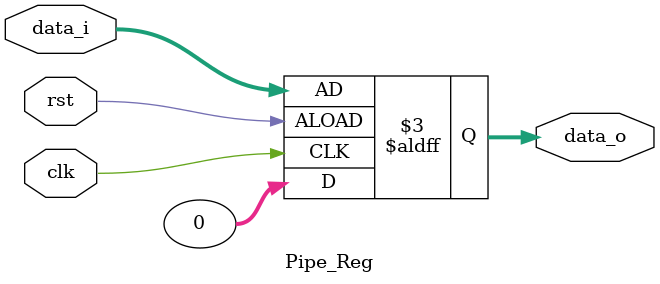
<source format=v>
module Pipe_Reg #(parameter size = 32) (
    input clk,
    input rst,
    input [size-1:0] data_i,
    output reg [size-1:0] data_o
);

always @(posedge clk or posedge rst) begin
    if (~rst)
        data_o <= 0;
    else
        data_o <= data_i;
end

endmodule

</source>
